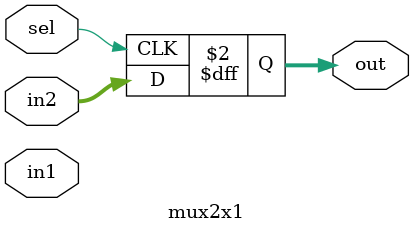
<source format=sv>
module mux2x1 (
    input logic sel,
    input logic [31:0] in1, in2,
    output logic [31:0] out 
);
    
    always_ff @(posedge sel)
    begin
        if (sel)
            out <= in2;
        else
            out <= in1;
    end

endmodule

</source>
